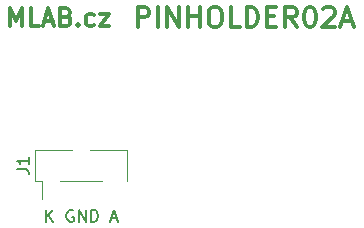
<source format=gbr>
%TF.GenerationSoftware,KiCad,Pcbnew,6.0.11+dfsg-1~bpo11+1*%
%TF.CreationDate,2023-04-13T09:55:33+00:00*%
%TF.ProjectId,PINHOLDER02,50494e48-4f4c-4444-9552-30322e6b6963,02A*%
%TF.SameCoordinates,Original*%
%TF.FileFunction,Legend,Top*%
%TF.FilePolarity,Positive*%
%FSLAX46Y46*%
G04 Gerber Fmt 4.6, Leading zero omitted, Abs format (unit mm)*
G04 Created by KiCad (PCBNEW 6.0.11+dfsg-1~bpo11+1) date 2023-04-13 09:55:33*
%MOMM*%
%LPD*%
G01*
G04 APERTURE LIST*
%ADD10C,0.300000*%
%ADD11C,0.150000*%
%ADD12C,0.120000*%
G04 APERTURE END LIST*
D10*
X16863809Y910953D02*
X16863809Y2610953D01*
X17511428Y2610953D01*
X17673333Y2530000D01*
X17754285Y2449048D01*
X17835238Y2287143D01*
X17835238Y2044286D01*
X17754285Y1882381D01*
X17673333Y1801429D01*
X17511428Y1720477D01*
X16863809Y1720477D01*
X18563809Y910953D02*
X18563809Y2610953D01*
X19373333Y910953D02*
X19373333Y2610953D01*
X20344761Y910953D01*
X20344761Y2610953D01*
X21154285Y910953D02*
X21154285Y2610953D01*
X21154285Y1801429D02*
X22125714Y1801429D01*
X22125714Y910953D02*
X22125714Y2610953D01*
X23259047Y2610953D02*
X23582857Y2610953D01*
X23744761Y2530000D01*
X23906666Y2368096D01*
X23987619Y2044286D01*
X23987619Y1477620D01*
X23906666Y1153810D01*
X23744761Y991905D01*
X23582857Y910953D01*
X23259047Y910953D01*
X23097142Y991905D01*
X22935238Y1153810D01*
X22854285Y1477620D01*
X22854285Y2044286D01*
X22935238Y2368096D01*
X23097142Y2530000D01*
X23259047Y2610953D01*
X25525714Y910953D02*
X24716190Y910953D01*
X24716190Y2610953D01*
X26092380Y910953D02*
X26092380Y2610953D01*
X26497142Y2610953D01*
X26740000Y2530000D01*
X26901904Y2368096D01*
X26982857Y2206191D01*
X27063809Y1882381D01*
X27063809Y1639524D01*
X26982857Y1315715D01*
X26901904Y1153810D01*
X26740000Y991905D01*
X26497142Y910953D01*
X26092380Y910953D01*
X27792380Y1801429D02*
X28359047Y1801429D01*
X28601904Y910953D02*
X27792380Y910953D01*
X27792380Y2610953D01*
X28601904Y2610953D01*
X30301904Y910953D02*
X29735238Y1720477D01*
X29330476Y910953D02*
X29330476Y2610953D01*
X29978095Y2610953D01*
X30140000Y2530000D01*
X30220952Y2449048D01*
X30301904Y2287143D01*
X30301904Y2044286D01*
X30220952Y1882381D01*
X30140000Y1801429D01*
X29978095Y1720477D01*
X29330476Y1720477D01*
X31354285Y2610953D02*
X31516190Y2610953D01*
X31678095Y2530000D01*
X31759047Y2449048D01*
X31840000Y2287143D01*
X31920952Y1963334D01*
X31920952Y1558572D01*
X31840000Y1234762D01*
X31759047Y1072858D01*
X31678095Y991905D01*
X31516190Y910953D01*
X31354285Y910953D01*
X31192380Y991905D01*
X31111428Y1072858D01*
X31030476Y1234762D01*
X30949523Y1558572D01*
X30949523Y1963334D01*
X31030476Y2287143D01*
X31111428Y2449048D01*
X31192380Y2530000D01*
X31354285Y2610953D01*
X32568571Y2449048D02*
X32649523Y2530000D01*
X32811428Y2610953D01*
X33216190Y2610953D01*
X33378095Y2530000D01*
X33459047Y2449048D01*
X33540000Y2287143D01*
X33540000Y2125239D01*
X33459047Y1882381D01*
X32487619Y910953D01*
X33540000Y910953D01*
X34187619Y1396667D02*
X34997142Y1396667D01*
X34025714Y910953D02*
X34592380Y2610953D01*
X35159047Y910953D01*
X6082857Y1001429D02*
X6082857Y2501429D01*
X6582857Y1430000D01*
X7082857Y2501429D01*
X7082857Y1001429D01*
X8511428Y1001429D02*
X7797142Y1001429D01*
X7797142Y2501429D01*
X8940000Y1430000D02*
X9654285Y1430000D01*
X8797142Y1001429D02*
X9297142Y2501429D01*
X9797142Y1001429D01*
X10797142Y1787143D02*
X11011428Y1715715D01*
X11082857Y1644286D01*
X11154285Y1501429D01*
X11154285Y1287143D01*
X11082857Y1144286D01*
X11011428Y1072858D01*
X10868571Y1001429D01*
X10297142Y1001429D01*
X10297142Y2501429D01*
X10797142Y2501429D01*
X10940000Y2430000D01*
X11011428Y2358572D01*
X11082857Y2215715D01*
X11082857Y2072858D01*
X11011428Y1930000D01*
X10940000Y1858572D01*
X10797142Y1787143D01*
X10297142Y1787143D01*
X11797142Y1144286D02*
X11868571Y1072858D01*
X11797142Y1001429D01*
X11725714Y1072858D01*
X11797142Y1144286D01*
X11797142Y1001429D01*
X13154285Y1072858D02*
X13011428Y1001429D01*
X12725714Y1001429D01*
X12582857Y1072858D01*
X12511428Y1144286D01*
X12440000Y1287143D01*
X12440000Y1715715D01*
X12511428Y1858572D01*
X12582857Y1930000D01*
X12725714Y2001429D01*
X13011428Y2001429D01*
X13154285Y1930000D01*
X13654285Y2001429D02*
X14440000Y2001429D01*
X13654285Y1001429D01*
X14440000Y1001429D01*
D11*
X9113809Y-15572380D02*
X9113809Y-14572380D01*
X9685238Y-15572380D02*
X9256666Y-15000952D01*
X9685238Y-14572380D02*
X9113809Y-15143809D01*
X11399523Y-14620000D02*
X11304285Y-14572380D01*
X11161428Y-14572380D01*
X11018571Y-14620000D01*
X10923333Y-14715238D01*
X10875714Y-14810476D01*
X10828095Y-15000952D01*
X10828095Y-15143809D01*
X10875714Y-15334285D01*
X10923333Y-15429523D01*
X11018571Y-15524761D01*
X11161428Y-15572380D01*
X11256666Y-15572380D01*
X11399523Y-15524761D01*
X11447142Y-15477142D01*
X11447142Y-15143809D01*
X11256666Y-15143809D01*
X11875714Y-15572380D02*
X11875714Y-14572380D01*
X12447142Y-15572380D01*
X12447142Y-14572380D01*
X12923333Y-15572380D02*
X12923333Y-14572380D01*
X13161428Y-14572380D01*
X13304285Y-14620000D01*
X13399523Y-14715238D01*
X13447142Y-14810476D01*
X13494761Y-15000952D01*
X13494761Y-15143809D01*
X13447142Y-15334285D01*
X13399523Y-15429523D01*
X13304285Y-15524761D01*
X13161428Y-15572380D01*
X12923333Y-15572380D01*
X14637619Y-15286666D02*
X15113809Y-15286666D01*
X14542380Y-15572380D02*
X14875714Y-14572380D01*
X15209047Y-15572380D01*
%TO.C,J1*%
X6646380Y-11127333D02*
X7360666Y-11127333D01*
X7503523Y-11174952D01*
X7598761Y-11270190D01*
X7646380Y-11413047D01*
X7646380Y-11508285D01*
X7646380Y-10127333D02*
X7646380Y-10698761D01*
X7646380Y-10413047D02*
X6646380Y-10413047D01*
X6789238Y-10508285D01*
X6884476Y-10603523D01*
X6932095Y-10698761D01*
D12*
X15934000Y-12124000D02*
X15934000Y-9464000D01*
X10284000Y-12124000D02*
X13844000Y-12124000D01*
X8194000Y-12124000D02*
X8194000Y-9464000D01*
X8194000Y-12124000D02*
X8764000Y-12124000D01*
X12824000Y-9464000D02*
X15934000Y-9464000D01*
X15364000Y-9464000D02*
X15934000Y-9464000D01*
X8764000Y-12124000D02*
X8764000Y-13644000D01*
X8194000Y-9464000D02*
X11304000Y-9464000D01*
%TD*%
M02*

</source>
